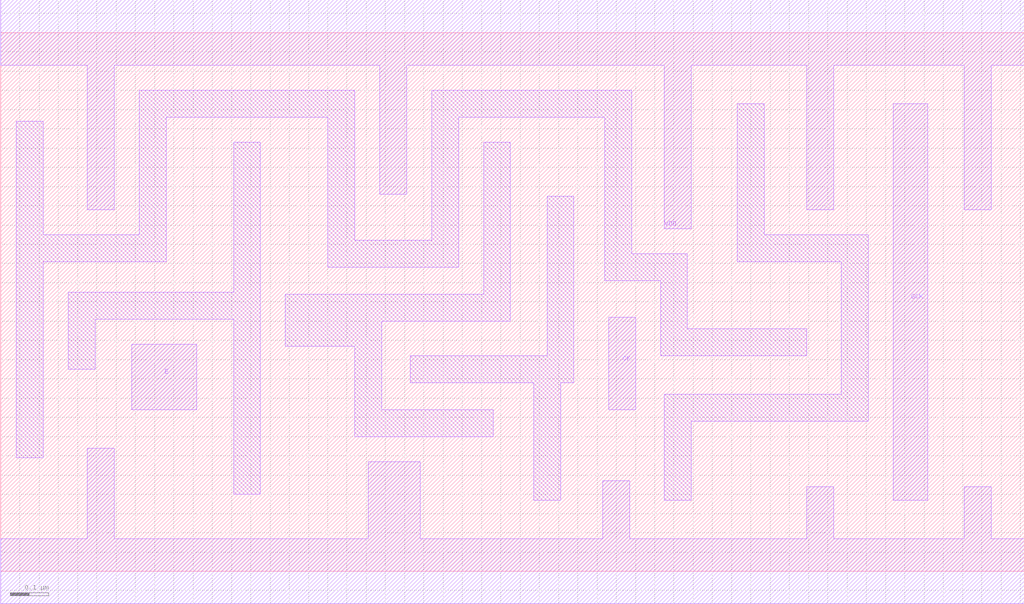
<source format=lef>
# 
# ******************************************************************************
# *                                                                            *
# *                   Copyright (C) 2004-2010, Nangate Inc.                    *
# *                           All rights reserved.                             *
# *                                                                            *
# * Nangate and the Nangate logo are trademarks of Nangate Inc.                *
# *                                                                            *
# * All trademarks, logos, software marks, and trade names (collectively the   *
# * "Marks") in this program are proprietary to Nangate or other respective    *
# * owners that have granted Nangate the right and license to use such Marks.  *
# * You are not permitted to use the Marks without the prior written consent   *
# * of Nangate or such third party that may own the Marks.                     *
# *                                                                            *
# * This file has been provided pursuant to a License Agreement containing     *
# * restrictions on its use. This file contains valuable trade secrets and     *
# * proprietary information of Nangate Inc., and is protected by U.S. and      *
# * international laws and/or treaties.                                        *
# *                                                                            *
# * The copyright notice(s) in this file does not indicate actual or intended  *
# * publication of this file.                                                  *
# *                                                                            *
# *     NGLibraryCreator, v2010.08-HR32-SP3-2010-08-05 - build 1009061800      *
# *                                                                            *
# ******************************************************************************
# 
# 
# Running on brazil06.nangate.com.br for user Giancarlo Franciscatto (gfr).
# Local time is now Fri, 3 Dec 2010, 19:32:18.
# Main process id is 27821.

VERSION 5.6 ;
BUSBITCHARS "[]" ;
DIVIDERCHAR "/" ;

MACRO CLKGATE_X2
  CLASS core ;
  FOREIGN CLKGATE_X2 0.0 0.0 ;
  ORIGIN 0 0 ;
  SYMMETRY X Y ;
  SITE FreePDK45_38x28_10R_NP_162NW_34O ;
  SIZE 2.66 BY 1.4 ;
  PIN CK
    DIRECTION INPUT ;
    ANTENNAPARTIALMETALAREA 0.0168 LAYER metal1 ;
    ANTENNAPARTIALMETALSIDEAREA 0.0806 LAYER metal1 ;
    ANTENNAGATEAREA 0.0785 ;
    PORT
      LAYER metal1 ;
        POLYGON 1.58 0.42 1.65 0.42 1.65 0.66 1.58 0.66  ;
    END
  END CK
  PIN E
    DIRECTION INPUT ;
    ANTENNAPARTIALMETALAREA 0.0289 LAYER metal1 ;
    ANTENNAPARTIALMETALSIDEAREA 0.0884 LAYER metal1 ;
    ANTENNAGATEAREA 0.02625 ;
    PORT
      LAYER metal1 ;
        POLYGON 0.34 0.42 0.51 0.42 0.51 0.59 0.34 0.59  ;
    END
  END E
  PIN GCK
    DIRECTION OUTPUT ;
    ANTENNAPARTIALMETALAREA 0.0927 LAYER metal1 ;
    ANTENNAPARTIALMETALSIDEAREA 0.2912 LAYER metal1 ;
    ANTENNADIFFAREA 0.1155 ;
    PORT
      LAYER metal1 ;
        POLYGON 2.32 0.185 2.41 0.185 2.41 1.215 2.32 1.215  ;
    END
  END GCK
  PIN VDD
    DIRECTION INOUT ;
    USE power ;
    SHAPE ABUTMENT ;
    PORT
      LAYER metal1 ;
        POLYGON 0 1.315 0.225 1.315 0.225 0.94 0.295 0.94 0.295 1.315 0.985 1.315 0.985 0.98 1.055 0.98 1.055 1.315 1.725 1.315 1.725 0.89 1.795 0.89 1.795 1.315 2.095 1.315 2.095 0.94 2.165 0.94 2.165 1.315 2.255 1.315 2.505 1.315 2.505 0.94 2.575 0.94 2.575 1.315 2.66 1.315 2.66 1.485 2.255 1.485 0 1.485  ;
    END
  END VDD
  PIN VSS
    DIRECTION INOUT ;
    USE ground ;
    SHAPE ABUTMENT ;
    PORT
      LAYER metal1 ;
        POLYGON 0 -0.085 2.66 -0.085 2.66 0.085 2.575 0.085 2.575 0.22 2.505 0.22 2.505 0.085 2.165 0.085 2.165 0.22 2.095 0.22 2.095 0.085 1.635 0.085 1.635 0.235 1.565 0.235 1.565 0.085 1.09 0.085 1.09 0.285 0.955 0.285 0.955 0.085 0.295 0.085 0.295 0.32 0.225 0.32 0.225 0.085 0 0.085  ;
    END
  END VSS
  OBS
      LAYER metal1 ;
        POLYGON 0.175 0.525 0.245 0.525 0.245 0.655 0.605 0.655 0.605 0.2 0.675 0.2 0.675 1.115 0.605 1.115 0.605 0.725 0.175 0.725  ;
        POLYGON 0.99 0.65 1.325 0.65 1.325 1.115 1.255 1.115 1.255 0.72 0.74 0.72 0.74 0.585 0.92 0.585 0.92 0.35 1.28 0.35 1.28 0.42 0.99 0.42  ;
        POLYGON 1.065 0.49 1.385 0.49 1.385 0.185 1.455 0.185 1.455 0.49 1.49 0.49 1.49 0.975 1.42 0.975 1.42 0.56 1.065 0.56  ;
        POLYGON 0.04 0.295 0.11 0.295 0.11 0.805 0.43 0.805 0.43 1.18 0.85 1.18 0.85 0.79 1.19 0.79 1.19 1.18 1.57 1.18 1.57 0.755 1.715 0.755 1.715 0.56 2.095 0.56 2.095 0.63 1.785 0.63 1.785 0.825 1.64 0.825 1.64 1.25 1.12 1.25 1.12 0.86 0.92 0.86 0.92 1.25 0.36 1.25 0.36 0.875 0.11 0.875 0.11 1.17 0.04 1.17  ;
        POLYGON 1.915 0.805 2.185 0.805 2.185 0.46 1.725 0.46 1.725 0.185 1.795 0.185 1.795 0.39 2.255 0.39 2.255 0.875 1.985 0.875 1.985 1.215 1.915 1.215  ;
  END
END CLKGATE_X2

END LIBRARY
#
# End of file
#

</source>
